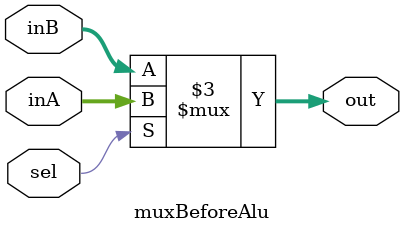
<source format=v>
`timescale 1ns / 1ps


module muxBeforeAlu(out, inA, inB, sel);
    
    input [31:0] inA;
    input [31:0] inB;
    input sel;
    
    output reg [31:0] out;

    always @ (sel, inA, inB) begin
        if (sel)
            out <= inA;
        else
            out <= inB;
    end   
           
endmodule

</source>
